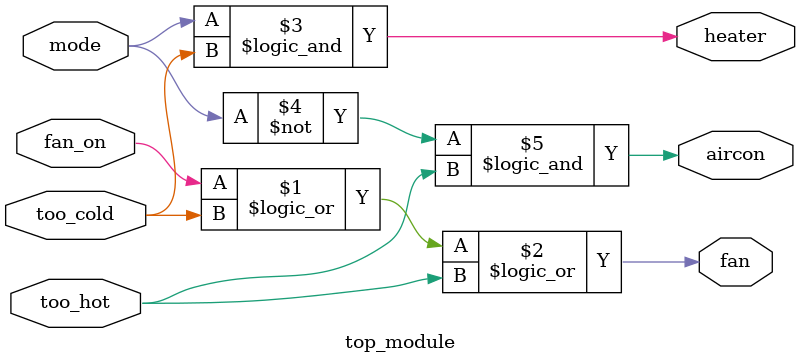
<source format=sv>
module top_module(
	input mode,
	input too_cold, 
	input too_hot,
	input fan_on,
	output heater,
	output aircon,
	output fan
);

	// assign the fan output
	assign fan = fan_on || too_cold || too_hot;

	// assign the heater output
	assign heater = mode && too_cold;

	// assign the aircon output
	assign aircon = ~mode && too_hot;

endmodule

</source>
